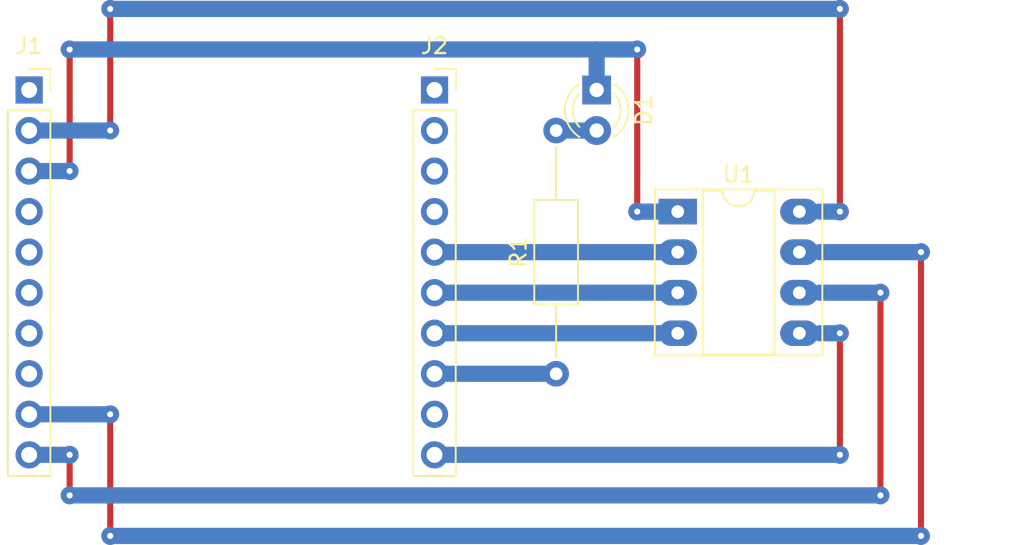
<source format=kicad_pcb>
(kicad_pcb (version 20240108) (generator "pcbnew") (generator_version "8.0")
  (layers (0 "F.Cu" signal) (31 "B.Cu" signal) (34 "B.Paste" user) (35 "F.Paste" user) (36 "B.SilkS" user "B.Silkscreen") (37 "F.SilkS" user "F.Silkscreen") (38 "B.Mask" user) (39 "F.Mask" user) (44 "Edge.Cuts" user))
  (net 0 "")
  (net 2 "/GPIO4")
  (net 3 "/+3.3V")
  (net 4 "/GND")
  (net 6 "/GPIO5")
  (net 12 "/GPIO13")
  (net 13 "/GPIO33")
  (net 14 "/GPIO32")
  (net 15 "/GPIO15")
  (net 19 "/GPIO16")
  (net 21 "Net-(D1-A)")
  (footprint "Connector_PinSocket_2.54mm:PinSocket_1x10_P2.54mm_Vertical" (layer "F.Cu") (at 157.48 72.39)
    (property "Reference" "J1" (at 0 -2.77 0) (layer "F.SilkS"))
    (property "Value" "Olimex ESP32-POE" (hide yes))
    (fp_line (start -1.33 1.27) (end -1.33 24.19) (stroke (width 0.12)) (layer "F.SilkS"))
    (fp_line (start -1.33 1.27) (end 1.33 1.27) (stroke (width 0.12)) (layer "F.SilkS"))
    (fp_line (start -1.33 24.19) (end 1.33 24.19) (stroke (width 0.12)) (layer "F.SilkS"))
    (fp_line (start 0 -1.33) (end 1.33 -1.33) (stroke (width 0.12)) (layer "F.SilkS"))
    (fp_line (start 1.33 -1.33) (end 1.33 0) (stroke (width 0.12)) (layer "F.SilkS"))
    (fp_line (start 1.33 1.27) (end 1.33 24.19) (stroke (width 0.12)) (layer "F.SilkS"))
    (pad "1" thru_hole rect (at 0 0) (size 1.7 1.7) (drill 1) (layers "*.Cu" "*.Mask"))
    (pad "2" thru_hole oval (at 0 2.54) (size 1.7 1.7) (drill 1) (layers "*.Cu" "*.Mask") (net 3 "/+3.3V"))
    (pad "3" thru_hole oval (at 0 5.08) (size 1.7 1.7) (drill 1) (layers "*.Cu" "*.Mask") (net 4 "/GND"))
    (pad "4" thru_hole oval (at 0 7.62) (size 1.7 1.7) (drill 1) (layers "*.Cu" "*.Mask"))
    (pad "5" thru_hole oval (at 0 10.16) (size 1.7 1.7) (drill 1) (layers "*.Cu" "*.Mask"))
    (pad "6" thru_hole oval (at 0 12.7) (size 1.7 1.7) (drill 1) (layers "*.Cu" "*.Mask"))
    (pad "7" thru_hole oval (at 0 15.24) (size 1.7 1.7) (drill 1) (layers "*.Cu" "*.Mask"))
    (pad "8" thru_hole oval (at 0 17.78) (size 1.7 1.7) (drill 1) (layers "*.Cu" "*.Mask"))
    (pad "9" thru_hole oval (at 0 20.32) (size 1.7 1.7) (drill 1) (layers "*.Cu" "*.Mask") (net 2 "/GPIO4"))
    (pad "10" thru_hole oval (at 0 22.86) (size 1.7 1.7) (drill 1) (layers "*.Cu" "*.Mask") (net 6 "/GPIO5"))
  )
  (footprint "Connector_PinSocket_2.54mm:PinSocket_1x10_P2.54mm_Vertical" (layer "F.Cu") (at 182.88 72.39)
    (property "Reference" "J2" (at 0 -2.77 0) (layer "F.SilkS"))
    (property "Value" "Conn_01x10_Socket")
    (fp_line (start -1.33 1.27) (end -1.33 24.19) (stroke (width 0.12)) (layer "F.SilkS"))
    (fp_line (start -1.33 1.27) (end 1.33 1.27) (stroke (width 0.12)) (layer "F.SilkS"))
    (fp_line (start -1.33 24.19) (end 1.33 24.19) (stroke (width 0.12)) (layer "F.SilkS"))
    (fp_line (start 0 -1.33) (end 1.33 -1.33) (stroke (width 0.12)) (layer "F.SilkS"))
    (fp_line (start 1.33 -1.33) (end 1.33 0) (stroke (width 0.12)) (layer "F.SilkS"))
    (fp_line (start 1.33 1.27) (end 1.33 24.19) (stroke (width 0.12)) (layer "F.SilkS"))
    (pad "1" thru_hole rect (at 0 0) (size 1.7 1.7) (drill 1) (layers "*.Cu" "*.Mask"))
    (pad "2" thru_hole oval (at 0 2.54) (size 1.7 1.7) (drill 1) (layers "*.Cu" "*.Mask"))
    (pad "3" thru_hole oval (at 0 5.08) (size 1.7 1.7) (drill 1) (layers "*.Cu" "*.Mask"))
    (pad "4" thru_hole oval (at 0 7.62) (size 1.7 1.7) (drill 1) (layers "*.Cu" "*.Mask"))
    (pad "5" thru_hole oval (at 0 10.16) (size 1.7 1.7) (drill 1) (layers "*.Cu" "*.Mask") (net 13 "/GPIO33"))
    (pad "6" thru_hole oval (at 0 12.7) (size 1.7 1.7) (drill 1) (layers "*.Cu" "*.Mask") (net 14 "/GPIO32"))
    (pad "7" thru_hole oval (at 0 15.24) (size 1.7 1.7) (drill 1) (layers "*.Cu" "*.Mask") (net 19 "/GPIO16"))
    (pad "8" thru_hole oval (at 0 17.78) (size 1.7 1.7) (drill 1) (layers "*.Cu" "*.Mask") (net 15 "/GPIO15"))
    (pad "9" thru_hole oval (at 0 20.32) (size 1.7 1.7) (drill 1) (layers "*.Cu" "*.Mask"))
    (pad "10" thru_hole oval (at 0 22.86) (size 1.7 1.7) (drill 1) (layers "*.Cu" "*.Mask") (net 12 "/GPIO13"))
  )
  (footprint "Resistor_THT:R_Axial_DIN0207_L6.3mm_D2.5mm_P15.24mm_Horizontal" (layer "F.Cu") (at 190.5 90.17 90)
    (property "Reference" "R1" (at 7.62 -2.37 90) (layer "F.SilkS"))
    (property "Value" "220")
    (fp_line (start 10.89 -1.37) (end 4.35 -1.37) (stroke (width 0.12)) (layer "F.SilkS"))
    (fp_line (start 4.35 -1.37) (end 4.35 1.37) (stroke (width 0.12)) (layer "F.SilkS"))
    (fp_line (start 14.2 0) (end 10.89 0) (stroke (width 0.12)) (layer "F.SilkS"))
    (fp_line (start 1.04 0) (end 4.35 0) (stroke (width 0.12)) (layer "F.SilkS"))
    (fp_line (start 10.89 1.37) (end 10.89 -1.37) (stroke (width 0.12)) (layer "F.SilkS"))
    (fp_line (start 4.35 1.37) (end 10.89 1.37) (stroke (width 0.12)) (layer "F.SilkS"))
    (pad "1" thru_hole circle (at 0 0 90) (size 1.6 1.6) (drill 0.8) (layers "*.Cu" "*.Mask") (net 15 "/GPIO15"))
    (pad "2" thru_hole oval (at 15.24 0 90) (size 1.6 1.6) (drill 0.8) (layers "*.Cu" "*.Mask") (net 21 "Net-(D1-A)"))
  )
  (footprint "LED_THT:LED_D3.0mm" (layer "F.Cu") (at 193.04 72.39 -90)
    (property "Reference" "D1" (at 1.27 -2.96 90) (layer "F.SilkS"))
    (property "Value" "LED")
    (fp_line (start -0.29 1.08) (end -0.29 1.236) (stroke (width 0.12)) (layer "F.SilkS"))
    (fp_line (start -0.29 -1.236) (end -0.29 -1.08) (stroke (width 0.12)) (layer "F.SilkS"))
    (fp_arc (start 2.941397 1.080061) (mid 1.365624 1.987701) (end -0.29 1.235516) (stroke (width 0.12)) (layer "F.SilkS"))
    (fp_arc (start 2.31091 1.080049) (mid 1.269965 1.5) (end 0.229039 1.08) (stroke (width 0.12)) (layer "F.SilkS"))
    (fp_arc (start 0.229039 -1.08) (mid 1.269965 -1.5) (end 2.31091 -1.080049) (stroke (width 0.12)) (layer "F.SilkS"))
    (fp_arc (start -0.29 -1.235516) (mid 1.365624 -1.987701) (end 2.941397 -1.080061) (stroke (width 0.12)) (layer "F.SilkS"))
    (pad "1" thru_hole rect (at 0 0 270) (size 1.8 1.8) (drill 0.9) (layers "*.Cu" "*.Mask") (net 4 "/GND"))
    (pad "2" thru_hole circle (at 2.54 0 270) (size 1.8 1.8) (drill 0.9) (layers "*.Cu" "*.Mask") (net 21 "Net-(D1-A)"))
  )
  (footprint "Package_DIP:DIP-8_W7.62mm_Socket_LongPads" (layer "F.Cu") (at 198.12 80.01)
    (property "Reference" "U1" (at 3.81 -2.33 0) (layer "F.SilkS"))
    (property "Value" "Ra01_Breakout_Module-Ra01_Breakout_Module")
    (fp_line (start -1.44 -1.39) (end -1.44 9.01) (stroke (width 0.12)) (layer "F.SilkS"))
    (fp_line (start -1.44 9.01) (end 9.06 9.01) (stroke (width 0.12)) (layer "F.SilkS"))
    (fp_line (start 1.56 -1.33) (end 1.56 8.95) (stroke (width 0.12)) (layer "F.SilkS"))
    (fp_line (start 1.56 8.95) (end 6.06 8.95) (stroke (width 0.12)) (layer "F.SilkS"))
    (fp_line (start 2.81 -1.33) (end 1.56 -1.33) (stroke (width 0.12)) (layer "F.SilkS"))
    (fp_line (start 6.06 -1.33) (end 4.81 -1.33) (stroke (width 0.12)) (layer "F.SilkS"))
    (fp_line (start 6.06 8.95) (end 6.06 -1.33) (stroke (width 0.12)) (layer "F.SilkS"))
    (fp_line (start 9.06 -1.39) (end -1.44 -1.39) (stroke (width 0.12)) (layer "F.SilkS"))
    (fp_line (start 9.06 9.01) (end 9.06 -1.39) (stroke (width 0.12)) (layer "F.SilkS"))
    (fp_arc (start 4.81 -1.33) (mid 3.81 -0.33) (end 2.81 -1.33) (stroke (width 0.12)) (layer "F.SilkS"))
    (pad "1" thru_hole rect (at 0 0) (size 2.4 1.6) (drill 0.8) (layers "*.Cu" "*.Mask") (net 4 "/GND"))
    (pad "2" thru_hole oval (at 0 2.54) (size 2.4 1.6) (drill 0.8) (layers "*.Cu" "*.Mask") (net 13 "/GPIO33"))
    (pad "3" thru_hole oval (at 0 5.08) (size 2.4 1.6) (drill 0.8) (layers "*.Cu" "*.Mask") (net 14 "/GPIO32"))
    (pad "4" thru_hole oval (at 0 7.62) (size 2.4 1.6) (drill 0.8) (layers "*.Cu" "*.Mask") (net 19 "/GPIO16"))
    (pad "5" thru_hole oval (at 7.62 7.62) (size 2.4 1.6) (drill 0.8) (layers "*.Cu" "*.Mask") (net 12 "/GPIO13"))
    (pad "6" thru_hole oval (at 7.62 5.08) (size 2.4 1.6) (drill 0.8) (layers "*.Cu" "*.Mask") (net 6 "/GPIO5"))
    (pad "7" thru_hole oval (at 7.62 2.54) (size 2.4 1.6) (drill 0.8) (layers "*.Cu" "*.Mask") (net 2 "/GPIO4"))
    (pad "8" thru_hole oval (at 7.62 0) (size 2.4 1.6) (drill 0.8) (layers "*.Cu" "*.Mask") (net 3 "/+3.3V"))
  )
  (segment (start 213.36 100.33) (end 213.36 82.55) (width 0.381) (layer "F.Cu") (net 2))
  (segment (start 162.56 100.33) (end 162.56 92.71) (width 0.381) (layer "F.Cu") (net 2))
  (via (at 162.56 92.71) (size 1.1176) (drill 0.381) (layers "F.Cu" "B.Cu") (net 2))
  (via (at 213.36 100.33) (size 1.1176) (drill 0.381) (layers "F.Cu" "B.Cu") (net 2))
  (via (at 213.36 82.55) (size 1.1176) (drill 0.381) (layers "F.Cu" "B.Cu") (net 2))
  (via (at 162.56 100.33) (size 1.1176) (drill 0.381) (layers "F.Cu" "B.Cu") (net 2))
  (segment (start 213.36 82.55) (end 207.01 82.55) (width 1.016) (layer "B.Cu") (net 2))
  (segment (start 213.36 100.33) (end 162.56 100.33) (width 1.016) (layer "B.Cu") (net 2))
  (segment (start 162.56 92.71) (end 157.48 92.71) (width 1.016) (layer "B.Cu") (net 2))
  (segment (start 162.56 74.93) (end 162.56 67.31) (width 0.381) (layer "F.Cu") (net 3))
  (segment (start 208.28 67.31) (end 208.28 80.01) (width 0.381) (layer "F.Cu") (net 3))
  (via (at 162.56 67.31) (size 1.1176) (drill 0.381) (layers "F.Cu" "B.Cu") (net 3))
  (via (at 208.28 80.01) (size 1.1176) (drill 0.381) (layers "F.Cu" "B.Cu") (net 3))
  (via (at 208.28 67.31) (size 1.1176) (drill 0.381) (layers "F.Cu" "B.Cu") (net 3))
  (via (at 162.56 74.93) (size 1.1176) (drill 0.381) (layers "F.Cu" "B.Cu") (net 3))
  (segment (start 207.01 80.01) (end 208.28 80.01) (width 1.016) (layer "B.Cu") (net 3))
  (segment (start 157.68 74.73) (end 157.48 74.93) (width 1.016) (layer "B.Cu") (net 3))
  (segment (start 162.56 67.31) (end 208.28 67.31) (width 1.016) (layer "B.Cu") (net 3))
  (segment (start 157.48 74.93) (end 162.56 74.93) (width 1.016) (layer "B.Cu") (net 3))
  (segment (start 160.02 77.47) (end 160.02 69.85) (width 0.381) (layer "F.Cu") (net 4))
  (segment (start 195.58 69.85) (end 195.58 80.01) (width 0.381) (layer "F.Cu") (net 4))
  (via (at 160.02 77.47) (size 1.1176) (drill 0.381) (layers "F.Cu" "B.Cu") (net 4))
  (via (at 195.58 69.85) (size 1.1176) (drill 0.381) (layers "F.Cu" "B.Cu") (net 4))
  (via (at 195.58 80.01) (size 1.1176) (drill 0.381) (layers "F.Cu" "B.Cu") (net 4))
  (via (at 160.02 69.85) (size 1.1176) (drill 0.381) (layers "F.Cu" "B.Cu") (net 4))
  (segment (start 193.04 69.85) (end 193.04 72.39) (width 1.016) (layer "B.Cu") (net 4))
  (segment (start 157.48 77.47) (end 160.02 77.47) (width 1.016) (layer "B.Cu") (net 4))
  (segment (start 193.04 69.85) (end 195.58 69.85) (width 1.016) (layer "B.Cu") (net 4))
  (segment (start 160.02 69.85) (end 193.04 69.85) (width 1.016) (layer "B.Cu") (net 4))
  (segment (start 198.12 80.01) (end 195.58 80.01) (width 1.016) (layer "B.Cu") (net 4))
  (segment (start 210.82 97.79) (end 210.82 85.09) (width 0.381) (layer "F.Cu") (net 6))
  (segment (start 160.02 95.25) (end 160.02 97.79) (width 0.381) (layer "F.Cu") (net 6))
  (via (at 160.02 97.79) (size 1.1176) (drill 0.381) (layers "F.Cu" "B.Cu") (net 6))
  (via (at 210.82 97.79) (size 1.1176) (drill 0.381) (layers "F.Cu" "B.Cu") (net 6))
  (via (at 160.02 95.25) (size 1.1176) (drill 0.381) (layers "F.Cu" "B.Cu") (net 6))
  (via (at 210.82 85.09) (size 1.1176) (drill 0.381) (layers "F.Cu" "B.Cu") (net 6))
  (segment (start 207.01 85.09) (end 210.82 85.09) (width 1.016) (layer "B.Cu") (net 6))
  (segment (start 157.48 95.25) (end 160.02 95.25) (width 1.016) (layer "B.Cu") (net 6))
  (segment (start 160.02 97.79) (end 210.82 97.79) (width 1.016) (layer "B.Cu") (net 6))
  (segment (start 208.28 95.25) (end 208.28 87.63) (width 0.381) (layer "F.Cu") (net 12))
  (via (at 208.28 95.25) (size 1.1176) (drill 0.381) (layers "F.Cu" "B.Cu") (net 12))
  (via (at 208.28 87.63) (size 1.1176) (drill 0.381) (layers "F.Cu" "B.Cu") (net 12))
  (segment (start 208.28 95.25) (end 182.88 95.25) (width 1.016) (layer "B.Cu") (net 12))
  (segment (start 207.01 87.63) (end 208.28 87.63) (width 1.016) (layer "B.Cu") (net 12))
  (segment (start 198.12 82.55) (end 182.88 82.55) (width 1.016) (layer "B.Cu") (net 13))
  (segment (start 182.88 85.09) (end 198.12 85.09) (width 1.016) (layer "B.Cu") (net 14))
  (segment (start 190.5 90.17) (end 182.88 90.17) (width 1.016) (layer "B.Cu") (net 15))
  (segment (start 198.12 87.63) (end 182.88 87.63) (width 1.016) (layer "B.Cu") (net 19))
  (segment (start 190.5 74.93) (end 193.04 74.93) (width 1.016) (layer "B.Cu") (net 21))
)
</source>
